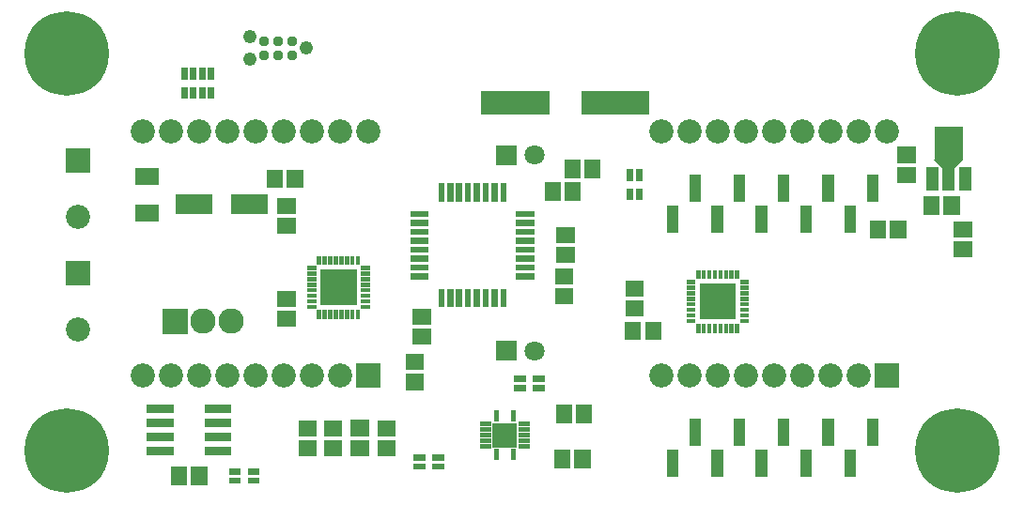
<source format=gbr>
G04 start of page 7 for group -4063 idx -4063 *
G04 Title: (unknown), componentmask *
G04 Creator: pcb 20140316 *
G04 CreationDate: Mon 21 Nov 2016 03:27:11 AM GMT UTC *
G04 For: ndholmes *
G04 Format: Gerber/RS-274X *
G04 PCB-Dimensions (mil): 3500.00 1750.00 *
G04 PCB-Coordinate-Origin: lower left *
%MOIN*%
%FSLAX25Y25*%
%LNTOPMASK*%
%ADD81R,0.0170X0.0170*%
%ADD80R,0.0300X0.0300*%
%ADD79R,0.0410X0.0410*%
%ADD78R,0.0217X0.0217*%
%ADD77R,0.0847X0.0847*%
%ADD76R,0.0227X0.0227*%
%ADD75C,0.0370*%
%ADD74R,0.1005X0.1005*%
%ADD73R,0.0438X0.0438*%
%ADD72R,0.0610X0.0610*%
%ADD71R,0.0690X0.0690*%
%ADD70R,0.0151X0.0151*%
%ADD69R,0.0572X0.0572*%
%ADD68C,0.0490*%
%ADD67C,0.0900*%
%ADD66C,0.0710*%
%ADD65C,0.0860*%
%ADD64C,0.0001*%
%ADD63C,0.2997*%
G54D63*X333000Y17000D03*
G54D64*G36*
X303700Y48000D02*Y39400D01*
X312300D01*
Y48000D01*
X303700D01*
G37*
G54D65*X298000Y43700D03*
X288000D03*
X278000D03*
X268000D03*
X258000D03*
X248000D03*
X238000D03*
X228000D03*
G54D63*X333000Y158000D03*
G54D65*X308000Y130300D03*
X298000D03*
X288000D03*
X278000D03*
X268000D03*
X258000D03*
X248000D03*
X238000D03*
X228000D03*
G54D64*G36*
X169450Y125550D02*Y118450D01*
X176550D01*
Y125550D01*
X169450D01*
G37*
G54D66*X183000Y122000D03*
G54D63*X17000Y17000D03*
Y158000D03*
G54D64*G36*
X16700Y124300D02*Y115700D01*
X25300D01*
Y124300D01*
X16700D01*
G37*
G54D65*X21000Y100000D03*
G54D64*G36*
X16700Y84300D02*Y75700D01*
X25300D01*
Y84300D01*
X16700D01*
G37*
G54D65*X21000Y60000D03*
G54D64*G36*
X169450Y56050D02*Y48950D01*
X176550D01*
Y56050D01*
X169450D01*
G37*
G54D66*X183000Y52500D03*
G54D64*G36*
X119700Y48000D02*Y39400D01*
X128300D01*
Y48000D01*
X119700D01*
G37*
G54D65*X114000Y43700D03*
X104000D03*
X94000D03*
X84000D03*
X74000D03*
G54D67*X75500Y63000D03*
G54D65*X64000Y43700D03*
X54000D03*
X44000D03*
G54D67*X65500Y63000D03*
G54D64*G36*
X51000Y67500D02*Y58500D01*
X60000D01*
Y67500D01*
X51000D01*
G37*
G54D68*X102000Y160000D03*
X82000Y156000D03*
Y164000D03*
G54D65*X124000Y130300D03*
X114000D03*
X104000D03*
X94000D03*
X84000D03*
X74000D03*
X64000D03*
X54000D03*
X44000D03*
G54D69*X218107Y74543D02*X218893D01*
X218107Y67457D02*X218893D01*
X218000Y59893D02*Y59107D01*
X225086Y59893D02*Y59107D01*
X193107Y79043D02*X193893D01*
X193107Y71957D02*X193893D01*
X193607Y86500D02*X194393D01*
G54D70*X241110Y61280D02*Y59626D01*
X243079Y61280D02*Y59626D01*
X245047Y61280D02*Y59626D01*
X247016Y61280D02*Y59626D01*
X248984Y61280D02*Y59626D01*
X250953Y61280D02*Y59626D01*
X252921Y61280D02*Y59626D01*
X254890Y61280D02*Y59626D01*
X256720Y63110D02*X258374D01*
X256720Y65079D02*X258374D01*
X256720Y67047D02*X258374D01*
X256720Y69016D02*X258374D01*
X256720Y70984D02*X258374D01*
X256720Y72953D02*X258374D01*
X256720Y74921D02*X258374D01*
X256720Y76890D02*X258374D01*
X254890Y80374D02*Y78720D01*
X252921Y80374D02*Y78720D01*
X250953Y80374D02*Y78720D01*
X248984Y80374D02*Y78720D01*
X247016Y80374D02*Y78720D01*
X245047Y80374D02*Y78720D01*
X243079Y80374D02*Y78720D01*
X241110Y80374D02*Y78720D01*
X237626Y76890D02*X239280D01*
X237626Y74921D02*X239280D01*
X237626Y72953D02*X239280D01*
X237626Y70984D02*X239280D01*
X237626Y69016D02*X239280D01*
X237626Y67047D02*X239280D01*
X237626Y65079D02*X239280D01*
X237626Y63110D02*X239280D01*
G54D64*G36*
X241598Y76402D02*Y63598D01*
X254402D01*
Y76402D01*
X241598D01*
G37*
G36*
Y63598D01*
X254402D01*
Y76402D01*
X241598D01*
G37*
G54D69*X98043Y113936D02*Y113150D01*
X90957Y113936D02*Y113150D01*
X94607Y96957D02*X95393D01*
X94607Y104043D02*X95393D01*
G54D71*X59008Y104500D02*X65307D01*
X78693D02*X84992D01*
G54D72*X44500Y114500D02*X46500D01*
X44500Y101500D02*X46500D01*
G54D73*X324094Y115610D02*Y111516D01*
X330000Y123326D02*Y111516D01*
G54D64*G36*
X326695Y122179D02*X329959Y118915D01*
X328115Y117071D01*
X324851Y120335D01*
X326695Y122179D01*
G37*
G36*
X330041Y118915D02*X333305Y122179D01*
X335149Y120335D01*
X331885Y117071D01*
X330041Y118915D01*
G37*
G54D73*X335906Y115610D02*Y111516D01*
G54D74*X330000Y126950D02*Y125060D01*
G54D69*X314607Y122086D02*X315393D01*
X314607Y115000D02*X315393D01*
X312043Y95893D02*Y95107D01*
X334607Y88457D02*X335393D01*
X334607Y95543D02*X335393D01*
X331043Y104393D02*Y103607D01*
X323957Y104393D02*Y103607D01*
G54D75*X97000Y162500D03*
Y157500D03*
X92000Y162500D03*
Y157500D03*
X87000Y162500D03*
Y157500D03*
G54D76*X58776Y145087D02*Y143217D01*
X61925Y145087D02*Y143217D01*
G54D77*X203843Y140500D02*X219591D01*
X168409D02*X184157D01*
G54D76*X65075Y145087D02*Y143217D01*
X68224Y145087D02*Y143217D01*
Y151783D02*Y149913D01*
X65075Y151783D02*Y149913D01*
X61925Y151783D02*Y149913D01*
X58776Y151783D02*Y149913D01*
G54D69*X189457Y109393D02*Y108607D01*
X196543Y109393D02*Y108607D01*
X203543Y117393D02*Y116607D01*
X196457Y117393D02*Y116607D01*
G54D78*X177566Y94725D02*X181992D01*
X177566Y97874D02*X181992D01*
X177566Y101024D02*X181992D01*
G54D69*X193607Y93586D02*X194393D01*
G54D78*X172023Y110992D02*Y106566D01*
X168874Y110992D02*Y106566D01*
X165724Y110992D02*Y106566D01*
X162575Y110992D02*Y106566D01*
X159425Y110992D02*Y106566D01*
X156275Y110992D02*Y106566D01*
X153126Y110992D02*Y106566D01*
X149976Y110992D02*Y106566D01*
X140008Y101023D02*X144434D01*
X140008Y97874D02*X144434D01*
X140008Y94724D02*X144434D01*
G54D69*X304957Y95893D02*Y95107D01*
G54D79*X302933Y113055D02*Y107543D01*
X287185Y113055D02*Y107543D01*
X295059Y102071D02*Y96559D01*
X271437Y113055D02*Y107543D01*
X255689Y113055D02*Y107543D01*
X239941Y113055D02*Y107543D01*
X232067Y102071D02*Y96559D01*
X247815Y102071D02*Y96559D01*
X263563Y102071D02*Y96559D01*
X279311Y102071D02*Y96559D01*
G54D76*X216925Y109087D02*Y107217D01*
X220075Y109087D02*Y107217D01*
Y115783D02*Y113913D01*
X216925Y115783D02*Y113913D01*
G54D69*X140107Y48500D02*X140893D01*
X140107Y41414D02*X140893D01*
G54D70*X106610Y66280D02*Y64626D01*
X108579Y66280D02*Y64626D01*
X110547Y66280D02*Y64626D01*
X112516Y66280D02*Y64626D01*
G54D69*X94607Y63957D02*X95393D01*
G54D70*X114484Y66280D02*Y64626D01*
X116453Y66280D02*Y64626D01*
X118421Y66280D02*Y64626D01*
X120390Y66280D02*Y64626D01*
X122220Y68110D02*X123874D01*
X122220Y70079D02*X123874D01*
X122220Y72047D02*X123874D01*
X122220Y74016D02*X123874D01*
X122220Y75984D02*X123874D01*
X122220Y77953D02*X123874D01*
X122220Y79921D02*X123874D01*
X122220Y81890D02*X123874D01*
X120390Y85374D02*Y83720D01*
X118421Y85374D02*Y83720D01*
X116453Y85374D02*Y83720D01*
X114484Y85374D02*Y83720D01*
X112516Y85374D02*Y83720D01*
X110547Y85374D02*Y83720D01*
X108579Y85374D02*Y83720D01*
X106610Y85374D02*Y83720D01*
X103126Y81890D02*X104780D01*
X103126Y79921D02*X104780D01*
X103126Y77953D02*X104780D01*
X103126Y75984D02*X104780D01*
X103126Y74016D02*X104780D01*
X103126Y72047D02*X104780D01*
X103126Y70079D02*X104780D01*
G54D69*X94607Y71043D02*X95393D01*
G54D70*X103126Y68110D02*X104780D01*
G54D64*G36*
X107097Y81402D02*Y68598D01*
X119903D01*
Y81402D01*
X107097D01*
G37*
G36*
Y68598D01*
X119903D01*
Y81402D01*
X107097D01*
G37*
G54D69*X56957Y8393D02*Y7607D01*
X64043Y8393D02*Y7607D01*
G54D80*X67500Y17000D02*X74000D01*
X67500Y22000D02*X74000D01*
X67500Y27000D02*X74000D01*
X67500Y32000D02*X74000D01*
X47000D02*X53500D01*
X47000Y27000D02*X53500D01*
X47000Y22000D02*X53500D01*
X47000Y17000D02*X53500D01*
G54D76*X82413Y6425D02*X84283D01*
X75717D02*X77587D01*
X82413Y9575D02*X84283D01*
X75717D02*X77587D01*
X141217Y14575D02*X143087D01*
X147913D02*X149783D01*
X141217Y11425D02*X143087D01*
X147913D02*X149783D01*
G54D69*X102107Y25043D02*X102893D01*
X102107Y17957D02*X102893D01*
X130107Y25043D02*X130893D01*
X130107Y17957D02*X130893D01*
X111107Y25000D02*X111893D01*
X111107Y17914D02*X111893D01*
X120607Y25086D02*X121393D01*
X120607Y18000D02*X121393D01*
G54D79*X302933Y26441D02*Y20929D01*
X287185Y26441D02*Y20929D01*
X271437Y26441D02*Y20929D01*
X255689Y26441D02*Y20929D01*
X239941Y26441D02*Y20929D01*
X232067Y15457D02*Y9945D01*
X247815Y15457D02*Y9945D01*
X263563Y15457D02*Y9945D01*
X279311Y15457D02*Y9945D01*
X295059Y15457D02*Y9945D01*
G54D69*X200043Y14393D02*Y13607D01*
X200543Y30393D02*Y29607D01*
X192957Y14393D02*Y13607D01*
X193457Y30393D02*Y29607D01*
X142607Y57457D02*X143393D01*
G54D81*X178169Y18563D02*X180413D01*
X178169Y20531D02*X180413D01*
X178169Y22500D02*X180413D01*
X178169Y24469D02*X180413D01*
X178169Y26437D02*X180413D01*
X175453Y30413D02*Y28169D01*
Y16831D02*Y14587D01*
G54D64*G36*
X172791Y22209D02*Y18381D01*
X176619D01*
Y22209D01*
X172791D01*
G37*
G36*
Y26619D02*Y22791D01*
X176619D01*
Y26619D01*
X172791D01*
G37*
G36*
X168164Y26836D02*Y18164D01*
X176836D01*
Y26836D01*
X168164D01*
G37*
G54D81*X169547Y30413D02*Y28169D01*
Y16831D02*Y14587D01*
G54D64*G36*
X168381Y22209D02*Y18381D01*
X172209D01*
Y22209D01*
X168381D01*
G37*
G36*
Y26619D02*Y22791D01*
X172209D01*
Y26619D01*
X168381D01*
G37*
G54D81*X164587Y26437D02*X166831D01*
X164587Y24469D02*X166831D01*
X164587Y22500D02*X166831D01*
X164587Y20531D02*X166831D01*
X164587Y18563D02*X166831D01*
G54D76*X176869Y42500D02*X178739D01*
X176869Y39350D02*X178739D01*
X183565D02*X185435D01*
X183565Y42500D02*X185435D01*
G54D78*X177566Y78977D02*X181992D01*
X177566Y82126D02*X181992D01*
X177566Y85276D02*X181992D01*
X177566Y88425D02*X181992D01*
X177566Y91575D02*X181992D01*
X140008D02*X144434D01*
X140008Y88425D02*X144434D01*
X140008Y85275D02*X144434D01*
X140008Y82126D02*X144434D01*
X140008Y78976D02*X144434D01*
G54D69*X142607Y64543D02*X143393D01*
G54D78*X149977Y73434D02*Y69008D01*
X153126Y73434D02*Y69008D01*
X156276Y73434D02*Y69008D01*
X159425Y73434D02*Y69008D01*
X162575Y73434D02*Y69008D01*
X165725Y73434D02*Y69008D01*
X168874Y73434D02*Y69008D01*
X172024Y73434D02*Y69008D01*
M02*

</source>
